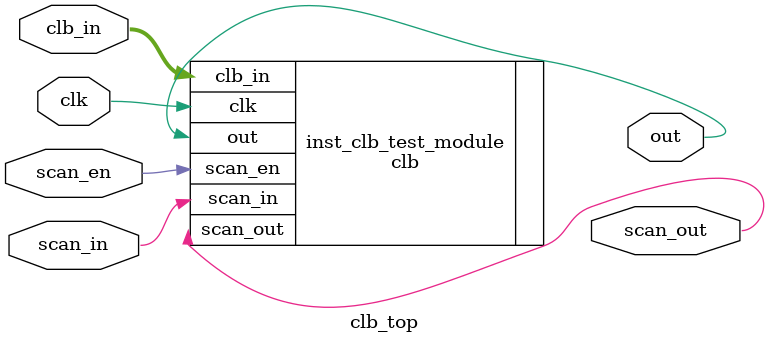
<source format=v>
`include "./clb.v"

module clb_top(clk, clb_in, out, scan_in, scan_out, scan_en);
	input clk, scan_in, scan_en;
	input [3:0] clb_in;
	output out, scan_out;

	clb #(4, 1, 3) inst_clb_test_module (.clk(clk), .clb_in(clb_in), .out(out), .scan_in(scan_in), .scan_out(scan_out), .scan_en(scan_en));
endmodule
</source>
